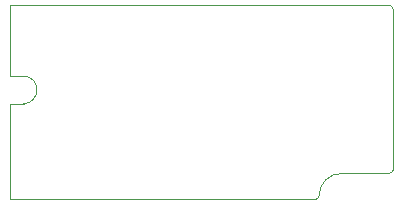
<source format=gbr>
G04 #@! TF.GenerationSoftware,KiCad,Pcbnew,(5.1.6)-1*
G04 #@! TF.CreationDate,2020-11-13T23:12:39+01:00*
G04 #@! TF.ProjectId,AskSin-Analyzer-XS-RPi,41736b53-696e-42d4-916e-616c797a6572,rev?*
G04 #@! TF.SameCoordinates,Original*
G04 #@! TF.FileFunction,Profile,NP*
%FSLAX46Y46*%
G04 Gerber Fmt 4.6, Leading zero omitted, Abs format (unit mm)*
G04 Created by KiCad (PCBNEW (5.1.6)-1) date 2020-11-13 23:12:39*
%MOMM*%
%LPD*%
G01*
G04 APERTURE LIST*
G04 #@! TA.AperFunction,Profile*
%ADD10C,0.050000*%
G04 #@! TD*
G04 APERTURE END LIST*
D10*
X167225000Y-83500000D02*
G75*
G02*
X167500000Y-83775000I0J-275000D01*
G01*
X167500000Y-97450000D02*
G75*
G02*
X167225000Y-97725000I-275000J0D01*
G01*
X161274335Y-99600000D02*
G75*
G02*
X160999335Y-99875000I-275000J0D01*
G01*
X135100000Y-91825000D02*
X136250000Y-91825000D01*
X136257302Y-89475333D02*
X135100000Y-89475333D01*
X135100000Y-89475333D02*
X135092698Y-83475000D01*
X136257302Y-89475334D02*
G75*
G02*
X136250000Y-91825000I-57302J-1174666D01*
G01*
X161274335Y-99600000D02*
G75*
G02*
X163200000Y-97725000I1875666J1D01*
G01*
X167225000Y-97725000D02*
X163200000Y-97725000D01*
X167500000Y-83775000D02*
X167500000Y-97450000D01*
X135100000Y-99875000D02*
X160999335Y-99875000D01*
X135100000Y-91825000D02*
X135100000Y-99875000D01*
X167225000Y-83500000D02*
X135092698Y-83475000D01*
M02*

</source>
